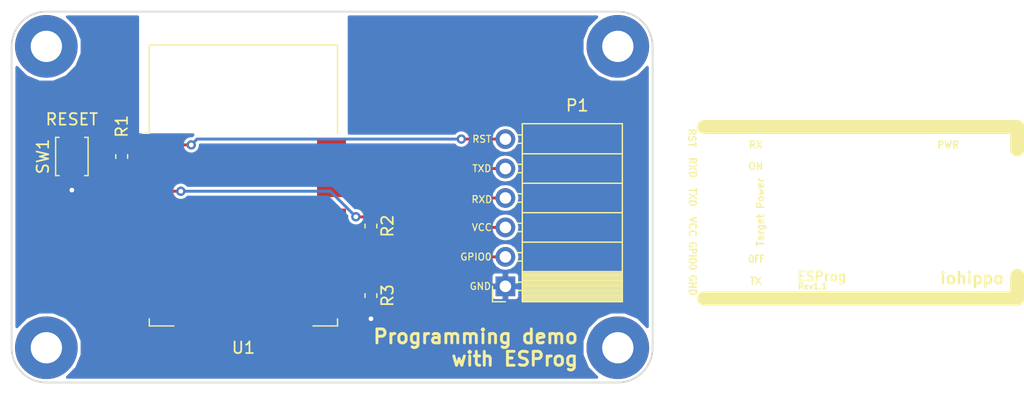
<source format=kicad_pcb>
(kicad_pcb (version 20171130) (host pcbnew "(5.0.0-3-g5ebb6b6)")

  (general
    (thickness 1.6)
    (drawings 29)
    (tracks 52)
    (zones 0)
    (modules 10)
    (nets 22)
  )

  (page A4)
  (layers
    (0 F.Cu signal)
    (31 B.Cu signal)
    (32 B.Adhes user)
    (33 F.Adhes user)
    (34 B.Paste user)
    (35 F.Paste user)
    (36 B.SilkS user)
    (37 F.SilkS user)
    (38 B.Mask user)
    (39 F.Mask user)
    (40 Dwgs.User user)
    (41 Cmts.User user)
    (42 Eco1.User user)
    (43 Eco2.User user)
    (44 Edge.Cuts user)
    (45 Margin user)
    (46 B.CrtYd user hide)
    (47 F.CrtYd user)
    (48 B.Fab user hide)
    (49 F.Fab user hide)
  )

  (setup
    (last_trace_width 0.25)
    (trace_clearance 0.2)
    (zone_clearance 0.254)
    (zone_45_only no)
    (trace_min 0.2)
    (segment_width 0.2)
    (edge_width 0.2)
    (via_size 0.8)
    (via_drill 0.4)
    (via_min_size 0.4)
    (via_min_drill 0.3)
    (uvia_size 0.3)
    (uvia_drill 0.1)
    (uvias_allowed no)
    (uvia_min_size 0.2)
    (uvia_min_drill 0.1)
    (pcb_text_width 0.3)
    (pcb_text_size 1.5 1.5)
    (mod_edge_width 0.15)
    (mod_text_size 1 1)
    (mod_text_width 0.15)
    (pad_size 1.524 1.524)
    (pad_drill 0.762)
    (pad_to_mask_clearance 0.05)
    (aux_axis_origin 0 0)
    (visible_elements FFFFFF7F)
    (pcbplotparams
      (layerselection 0x010fc_ffffffff)
      (usegerberextensions false)
      (usegerberattributes false)
      (usegerberadvancedattributes false)
      (creategerberjobfile false)
      (excludeedgelayer true)
      (linewidth 0.100000)
      (plotframeref false)
      (viasonmask false)
      (mode 1)
      (useauxorigin false)
      (hpglpennumber 1)
      (hpglpenspeed 20)
      (hpglpendiameter 15.000000)
      (psnegative false)
      (psa4output false)
      (plotreference true)
      (plotvalue true)
      (plotinvisibletext false)
      (padsonsilk false)
      (subtractmaskfromsilk false)
      (outputformat 1)
      (mirror false)
      (drillshape 1)
      (scaleselection 1)
      (outputdirectory ""))
  )

  (net 0 "")
  (net 1 GND)
  (net 2 /GPIO0)
  (net 3 +3V3)
  (net 4 /RXD)
  (net 5 /TXD)
  (net 6 /RST)
  (net 7 "Net-(R3-Pad1)")
  (net 8 "Net-(U1-Pad20)")
  (net 9 "Net-(U1-Pad19)")
  (net 10 "Net-(U1-Pad17)")
  (net 11 "Net-(U1-Pad14)")
  (net 12 "Net-(U1-Pad13)")
  (net 13 "Net-(U1-Pad12)")
  (net 14 "Net-(U1-Pad11)")
  (net 15 "Net-(U1-Pad10)")
  (net 16 "Net-(U1-Pad9)")
  (net 17 "Net-(U1-Pad7)")
  (net 18 "Net-(U1-Pad6)")
  (net 19 "Net-(U1-Pad5)")
  (net 20 "Net-(U1-Pad4)")
  (net 21 "Net-(U1-Pad2)")

  (net_class Default "This is the default net class."
    (clearance 0.2)
    (trace_width 0.25)
    (via_dia 0.8)
    (via_drill 0.4)
    (uvia_dia 0.3)
    (uvia_drill 0.1)
    (add_net +3V3)
    (add_net /GPIO0)
    (add_net /RST)
    (add_net /RXD)
    (add_net /TXD)
    (add_net GND)
    (add_net "Net-(R3-Pad1)")
    (add_net "Net-(U1-Pad10)")
    (add_net "Net-(U1-Pad11)")
    (add_net "Net-(U1-Pad12)")
    (add_net "Net-(U1-Pad13)")
    (add_net "Net-(U1-Pad14)")
    (add_net "Net-(U1-Pad17)")
    (add_net "Net-(U1-Pad19)")
    (add_net "Net-(U1-Pad2)")
    (add_net "Net-(U1-Pad20)")
    (add_net "Net-(U1-Pad4)")
    (add_net "Net-(U1-Pad5)")
    (add_net "Net-(U1-Pad6)")
    (add_net "Net-(U1-Pad7)")
    (add_net "Net-(U1-Pad9)")
  )

  (module footprints:R_0603_1608Metric (layer F.Cu) (tedit 5B8AB6F6) (tstamp 5B971577)
    (at 114.5 87.5 90)
    (descr "Resistor SMD 0603 (1608 Metric), square (rectangular) end terminal, IPC_7351 nominal, (Body size source: http://www.tortai-tech.com/upload/download/2011102023233369053.pdf), generated with kicad-footprint-generator")
    (tags resistor)
    (path /5B8DB3D8)
    (attr smd)
    (fp_text reference R1 (at 2.6 0 90) (layer F.SilkS)
      (effects (font (size 1 1) (thickness 0.15)))
    )
    (fp_text value 4.7k (at 0 1.43 90) (layer F.Fab)
      (effects (font (size 1 1) (thickness 0.15)))
    )
    (fp_text user %R (at 0 0 90) (layer F.Fab)
      (effects (font (size 0.4 0.4) (thickness 0.06)))
    )
    (fp_line (start 1.48 0.73) (end -1.48 0.73) (layer F.CrtYd) (width 0.05))
    (fp_line (start 1.48 -0.73) (end 1.48 0.73) (layer F.CrtYd) (width 0.05))
    (fp_line (start -1.48 -0.73) (end 1.48 -0.73) (layer F.CrtYd) (width 0.05))
    (fp_line (start -1.48 0.73) (end -1.48 -0.73) (layer F.CrtYd) (width 0.05))
    (fp_line (start -0.162779 0.51) (end 0.162779 0.51) (layer F.SilkS) (width 0.12))
    (fp_line (start -0.162779 -0.51) (end 0.162779 -0.51) (layer F.SilkS) (width 0.12))
    (fp_line (start 0.8 0.4) (end -0.8 0.4) (layer F.Fab) (width 0.1))
    (fp_line (start 0.8 -0.4) (end 0.8 0.4) (layer F.Fab) (width 0.1))
    (fp_line (start -0.8 -0.4) (end 0.8 -0.4) (layer F.Fab) (width 0.1))
    (fp_line (start -0.8 0.4) (end -0.8 -0.4) (layer F.Fab) (width 0.1))
    (pad 2 smd roundrect (at 0.7875 0 90) (size 0.875 0.95) (layers F.Cu F.Paste F.Mask) (roundrect_rratio 0.25)
      (net 6 /RST))
    (pad 1 smd roundrect (at -0.7875 0 90) (size 0.875 0.95) (layers F.Cu F.Paste F.Mask) (roundrect_rratio 0.25)
      (net 3 +3V3))
    (model ${KIPRJMOD}/packages3d/R_0603_1608Metric.wrl
      (at (xyz 0 0 0))
      (scale (xyz 1 1 1))
      (rotate (xyz 0 0 0))
    )
  )

  (module footprints:R_0603_1608Metric (layer F.Cu) (tedit 5B8AB6F6) (tstamp 5B971587)
    (at 136 93.5 270)
    (descr "Resistor SMD 0603 (1608 Metric), square (rectangular) end terminal, IPC_7351 nominal, (Body size source: http://www.tortai-tech.com/upload/download/2011102023233369053.pdf), generated with kicad-footprint-generator")
    (tags resistor)
    (path /5B8DB8BC)
    (attr smd)
    (fp_text reference R2 (at 0 -1.43 270) (layer F.SilkS)
      (effects (font (size 1 1) (thickness 0.15)))
    )
    (fp_text value 10k (at 0 1.43 270) (layer F.Fab)
      (effects (font (size 1 1) (thickness 0.15)))
    )
    (fp_text user %R (at 0 0 270) (layer F.Fab)
      (effects (font (size 0.4 0.4) (thickness 0.06)))
    )
    (fp_line (start 1.48 0.73) (end -1.48 0.73) (layer F.CrtYd) (width 0.05))
    (fp_line (start 1.48 -0.73) (end 1.48 0.73) (layer F.CrtYd) (width 0.05))
    (fp_line (start -1.48 -0.73) (end 1.48 -0.73) (layer F.CrtYd) (width 0.05))
    (fp_line (start -1.48 0.73) (end -1.48 -0.73) (layer F.CrtYd) (width 0.05))
    (fp_line (start -0.162779 0.51) (end 0.162779 0.51) (layer F.SilkS) (width 0.12))
    (fp_line (start -0.162779 -0.51) (end 0.162779 -0.51) (layer F.SilkS) (width 0.12))
    (fp_line (start 0.8 0.4) (end -0.8 0.4) (layer F.Fab) (width 0.1))
    (fp_line (start 0.8 -0.4) (end 0.8 0.4) (layer F.Fab) (width 0.1))
    (fp_line (start -0.8 -0.4) (end 0.8 -0.4) (layer F.Fab) (width 0.1))
    (fp_line (start -0.8 0.4) (end -0.8 -0.4) (layer F.Fab) (width 0.1))
    (pad 2 smd roundrect (at 0.7875 0 270) (size 0.875 0.95) (layers F.Cu F.Paste F.Mask) (roundrect_rratio 0.25)
      (net 2 /GPIO0))
    (pad 1 smd roundrect (at -0.7875 0 270) (size 0.875 0.95) (layers F.Cu F.Paste F.Mask) (roundrect_rratio 0.25)
      (net 3 +3V3))
    (model ${KIPRJMOD}/packages3d/R_0603_1608Metric.wrl
      (at (xyz 0 0 0))
      (scale (xyz 1 1 1))
      (rotate (xyz 0 0 0))
    )
  )

  (module footprints:R_0603_1608Metric (layer F.Cu) (tedit 5B8AB6F6) (tstamp 5B971597)
    (at 136 99.5 270)
    (descr "Resistor SMD 0603 (1608 Metric), square (rectangular) end terminal, IPC_7351 nominal, (Body size source: http://www.tortai-tech.com/upload/download/2011102023233369053.pdf), generated with kicad-footprint-generator")
    (tags resistor)
    (path /5B8DB69A)
    (attr smd)
    (fp_text reference R3 (at 0 -1.43 270) (layer F.SilkS)
      (effects (font (size 1 1) (thickness 0.15)))
    )
    (fp_text value 10k (at 0 1.43 270) (layer F.Fab)
      (effects (font (size 1 1) (thickness 0.15)))
    )
    (fp_text user %R (at 0 0 270) (layer F.Fab)
      (effects (font (size 0.4 0.4) (thickness 0.06)))
    )
    (fp_line (start 1.48 0.73) (end -1.48 0.73) (layer F.CrtYd) (width 0.05))
    (fp_line (start 1.48 -0.73) (end 1.48 0.73) (layer F.CrtYd) (width 0.05))
    (fp_line (start -1.48 -0.73) (end 1.48 -0.73) (layer F.CrtYd) (width 0.05))
    (fp_line (start -1.48 0.73) (end -1.48 -0.73) (layer F.CrtYd) (width 0.05))
    (fp_line (start -0.162779 0.51) (end 0.162779 0.51) (layer F.SilkS) (width 0.12))
    (fp_line (start -0.162779 -0.51) (end 0.162779 -0.51) (layer F.SilkS) (width 0.12))
    (fp_line (start 0.8 0.4) (end -0.8 0.4) (layer F.Fab) (width 0.1))
    (fp_line (start 0.8 -0.4) (end 0.8 0.4) (layer F.Fab) (width 0.1))
    (fp_line (start -0.8 -0.4) (end 0.8 -0.4) (layer F.Fab) (width 0.1))
    (fp_line (start -0.8 0.4) (end -0.8 -0.4) (layer F.Fab) (width 0.1))
    (pad 2 smd roundrect (at 0.7875 0 270) (size 0.875 0.95) (layers F.Cu F.Paste F.Mask) (roundrect_rratio 0.25)
      (net 1 GND))
    (pad 1 smd roundrect (at -0.7875 0 270) (size 0.875 0.95) (layers F.Cu F.Paste F.Mask) (roundrect_rratio 0.25)
      (net 7 "Net-(R3-Pad1)"))
    (model ${KIPRJMOD}/packages3d/R_0603_1608Metric.wrl
      (at (xyz 0 0 0))
      (scale (xyz 1 1 1))
      (rotate (xyz 0 0 0))
    )
  )

  (module footprints:SW_SPST_B3U-1000P (layer F.Cu) (tedit 5B8AB6C0) (tstamp 5B9715A7)
    (at 110.2 87.5 90)
    (descr "Ultra-small-sized Tactile Switch with High Contact Reliability, Top-actuated Model, without Ground Terminal, without Boss")
    (tags "Tactile Switch")
    (path /5B8DF9F3)
    (attr smd)
    (fp_text reference SW1 (at 0 -2.5 90) (layer F.SilkS)
      (effects (font (size 1 1) (thickness 0.15)))
    )
    (fp_text value RESET (at 0 2.5 90) (layer F.Fab)
      (effects (font (size 1 1) (thickness 0.15)))
    )
    (fp_circle (center 0 0) (end 0.75 0) (layer F.Fab) (width 0.1))
    (fp_line (start -1.5 1.25) (end -1.5 -1.25) (layer F.Fab) (width 0.1))
    (fp_line (start 1.5 1.25) (end -1.5 1.25) (layer F.Fab) (width 0.1))
    (fp_line (start 1.5 -1.25) (end 1.5 1.25) (layer F.Fab) (width 0.1))
    (fp_line (start -1.5 -1.25) (end 1.5 -1.25) (layer F.Fab) (width 0.1))
    (fp_line (start 1.65 -1.4) (end 1.65 -1.1) (layer F.SilkS) (width 0.12))
    (fp_line (start -1.65 -1.4) (end 1.65 -1.4) (layer F.SilkS) (width 0.12))
    (fp_line (start -1.65 -1.1) (end -1.65 -1.4) (layer F.SilkS) (width 0.12))
    (fp_line (start 1.65 1.4) (end 1.65 1.1) (layer F.SilkS) (width 0.12))
    (fp_line (start -1.65 1.4) (end 1.65 1.4) (layer F.SilkS) (width 0.12))
    (fp_line (start -1.65 1.1) (end -1.65 1.4) (layer F.SilkS) (width 0.12))
    (fp_line (start -2.4 -1.65) (end -2.4 1.65) (layer F.CrtYd) (width 0.05))
    (fp_line (start 2.4 -1.65) (end -2.4 -1.65) (layer F.CrtYd) (width 0.05))
    (fp_line (start 2.4 1.65) (end 2.4 -1.65) (layer F.CrtYd) (width 0.05))
    (fp_line (start -2.4 1.65) (end 2.4 1.65) (layer F.CrtYd) (width 0.05))
    (fp_text user %R (at 0 -2.5 90) (layer F.Fab)
      (effects (font (size 1 1) (thickness 0.15)))
    )
    (pad 2 smd rect (at 1.7 0 90) (size 0.9 1.7) (layers F.Cu F.Paste F.Mask)
      (net 6 /RST))
    (pad 1 smd rect (at -1.7 0 90) (size 0.9 1.7) (layers F.Cu F.Paste F.Mask)
      (net 1 GND))
    (model ${KIPRJMOD}/packages3d/SW_SPST_B3U-1000P.wrl
      (at (xyz 0 0 0))
      (scale (xyz 1 1 1))
      (rotate (xyz 0 0 0))
    )
  )

  (module footprints:ESP-12E (layer F.Cu) (tedit 5B8AA68C) (tstamp 5BAA9EEE)
    (at 125 90)
    (descr "Wi-Fi Module, http://wiki.ai-thinker.com/_media/esp8266/docs/aithinker_esp_12f_datasheet_en.pdf")
    (tags "Wi-Fi Module")
    (path /5B8DB1FD)
    (attr smd)
    (fp_text reference U1 (at 0 14) (layer F.SilkS)
      (effects (font (size 1 1) (thickness 0.15)))
    )
    (fp_text value ESP-12E (at -0.06 -12.78) (layer F.Fab)
      (effects (font (size 1 1) (thickness 0.15)))
    )
    (fp_line (start 5.56 -4.8) (end 8.12 -7.36) (layer Dwgs.User) (width 0.12))
    (fp_line (start 2.56 -4.8) (end 8.12 -10.36) (layer Dwgs.User) (width 0.12))
    (fp_line (start -0.44 -4.8) (end 6.88 -12.12) (layer Dwgs.User) (width 0.12))
    (fp_line (start -3.44 -4.8) (end 3.88 -12.12) (layer Dwgs.User) (width 0.12))
    (fp_line (start -6.44 -4.8) (end 0.88 -12.12) (layer Dwgs.User) (width 0.12))
    (fp_line (start -8.12 -6.12) (end -2.12 -12.12) (layer Dwgs.User) (width 0.12))
    (fp_line (start -8.12 -9.12) (end -5.12 -12.12) (layer Dwgs.User) (width 0.12))
    (fp_line (start -8.12 -4.8) (end -8.12 -12.12) (layer Dwgs.User) (width 0.12))
    (fp_line (start 8.12 -4.8) (end -8.12 -4.8) (layer Dwgs.User) (width 0.12))
    (fp_line (start 8.12 -12.12) (end 8.12 -4.8) (layer Dwgs.User) (width 0.12))
    (fp_line (start -8.12 -12.12) (end 8.12 -12.12) (layer Dwgs.User) (width 0.12))
    (fp_line (start -8.12 -4.5) (end -8.73 -4.5) (layer F.SilkS) (width 0.12))
    (fp_line (start -8.12 -4.5) (end -8.12 -12.12) (layer F.SilkS) (width 0.12))
    (fp_line (start -8.12 12.12) (end -8.12 11.5) (layer F.SilkS) (width 0.12))
    (fp_line (start -6 12.12) (end -8.12 12.12) (layer F.SilkS) (width 0.12))
    (fp_line (start 8.12 12.12) (end 6 12.12) (layer F.SilkS) (width 0.12))
    (fp_line (start 8.12 11.5) (end 8.12 12.12) (layer F.SilkS) (width 0.12))
    (fp_line (start 8.12 -12.12) (end 8.12 -4.5) (layer F.SilkS) (width 0.12))
    (fp_line (start -8.12 -12.12) (end 8.12 -12.12) (layer F.SilkS) (width 0.12))
    (fp_line (start -9.05 13.1) (end -9.05 -12.2) (layer F.CrtYd) (width 0.05))
    (fp_line (start 9.05 13.1) (end -9.05 13.1) (layer F.CrtYd) (width 0.05))
    (fp_line (start 9.05 -12.2) (end 9.05 13.1) (layer F.CrtYd) (width 0.05))
    (fp_line (start -9.05 -12.2) (end 9.05 -12.2) (layer F.CrtYd) (width 0.05))
    (fp_line (start -8 -4) (end -8 -12) (layer F.Fab) (width 0.12))
    (fp_line (start -7.5 -3.5) (end -8 -4) (layer F.Fab) (width 0.12))
    (fp_line (start -8 -3) (end -7.5 -3.5) (layer F.Fab) (width 0.12))
    (fp_line (start -8 12) (end -8 -3) (layer F.Fab) (width 0.12))
    (fp_line (start 8 12) (end -8 12) (layer F.Fab) (width 0.12))
    (fp_line (start 8 -12) (end 8 12) (layer F.Fab) (width 0.12))
    (fp_line (start -8 -12) (end 8 -12) (layer F.Fab) (width 0.12))
    (fp_text user %R (at 0.49 -0.8) (layer F.Fab)
      (effects (font (size 1 1) (thickness 0.15)))
    )
    (fp_text user "KEEP-OUT ZONE" (at 0.03 -9.55 180) (layer Cmts.User)
      (effects (font (size 1 1) (thickness 0.15)))
    )
    (fp_text user Antenna (at -0.06 -7 180) (layer Cmts.User)
      (effects (font (size 1 1) (thickness 0.15)))
    )
    (pad 22 smd rect (at 7.6 -3.5) (size 2.5 1) (layers F.Cu F.Paste F.Mask)
      (net 5 /TXD))
    (pad 21 smd rect (at 7.6 -1.5) (size 2.5 1) (layers F.Cu F.Paste F.Mask)
      (net 4 /RXD))
    (pad 20 smd rect (at 7.6 0.5) (size 2.5 1) (layers F.Cu F.Paste F.Mask)
      (net 8 "Net-(U1-Pad20)"))
    (pad 19 smd rect (at 7.6 2.5) (size 2.5 1) (layers F.Cu F.Paste F.Mask)
      (net 9 "Net-(U1-Pad19)"))
    (pad 18 smd rect (at 7.6 4.5) (size 2.5 1) (layers F.Cu F.Paste F.Mask)
      (net 2 /GPIO0))
    (pad 17 smd rect (at 7.6 6.5) (size 2.5 1) (layers F.Cu F.Paste F.Mask)
      (net 10 "Net-(U1-Pad17)"))
    (pad 16 smd rect (at 7.6 8.5) (size 2.5 1) (layers F.Cu F.Paste F.Mask)
      (net 7 "Net-(R3-Pad1)"))
    (pad 15 smd rect (at 7.6 10.5) (size 2.5 1) (layers F.Cu F.Paste F.Mask)
      (net 1 GND))
    (pad 14 smd rect (at 5 12) (size 1 1.8) (layers F.Cu F.Paste F.Mask)
      (net 11 "Net-(U1-Pad14)"))
    (pad 13 smd rect (at 3 12) (size 1 1.8) (layers F.Cu F.Paste F.Mask)
      (net 12 "Net-(U1-Pad13)"))
    (pad 12 smd rect (at 1 12) (size 1 1.8) (layers F.Cu F.Paste F.Mask)
      (net 13 "Net-(U1-Pad12)"))
    (pad 11 smd rect (at -1 12) (size 1 1.8) (layers F.Cu F.Paste F.Mask)
      (net 14 "Net-(U1-Pad11)"))
    (pad 10 smd rect (at -3 12) (size 1 1.8) (layers F.Cu F.Paste F.Mask)
      (net 15 "Net-(U1-Pad10)"))
    (pad 9 smd rect (at -5 12) (size 1 1.8) (layers F.Cu F.Paste F.Mask)
      (net 16 "Net-(U1-Pad9)"))
    (pad 8 smd rect (at -7.6 10.5) (size 2.5 1) (layers F.Cu F.Paste F.Mask)
      (net 3 +3V3))
    (pad 7 smd rect (at -7.6 8.5) (size 2.5 1) (layers F.Cu F.Paste F.Mask)
      (net 17 "Net-(U1-Pad7)"))
    (pad 6 smd rect (at -7.6 6.5) (size 2.5 1) (layers F.Cu F.Paste F.Mask)
      (net 18 "Net-(U1-Pad6)"))
    (pad 5 smd rect (at -7.6 4.5) (size 2.5 1) (layers F.Cu F.Paste F.Mask)
      (net 19 "Net-(U1-Pad5)"))
    (pad 4 smd rect (at -7.6 2.5) (size 2.5 1) (layers F.Cu F.Paste F.Mask)
      (net 20 "Net-(U1-Pad4)"))
    (pad 3 smd rect (at -7.6 0.5) (size 2.5 1) (layers F.Cu F.Paste F.Mask)
      (net 3 +3V3))
    (pad 2 smd rect (at -7.6 -1.5) (size 2.5 1) (layers F.Cu F.Paste F.Mask)
      (net 21 "Net-(U1-Pad2)"))
    (pad 1 smd rect (at -7.6 -3.5) (size 2.5 1) (layers F.Cu F.Paste F.Mask)
      (net 6 /RST))
    (model ${KIPRJMOD}/packages3d/ESP-12E.wrl
      (at (xyz 0 0 0))
      (scale (xyz 1 1 1))
      (rotate (xyz 0 0 0))
    )
  )

  (module footprints:ESProg_PinSocket_1x06_P2.54mm_Horizontal (layer F.Cu) (tedit 5B8A9643) (tstamp 5BAA9181)
    (at 147.6 98.7)
    (descr "Through hole angled socket strip, 1x06, 2.54mm pitch, 8.51mm socket length, single row (from Kicad 4.0.7), script generated")
    (tags "Through hole angled socket strip THT 1x06 2.54mm single row")
    (path /5B8DB2E6)
    (fp_text reference P1 (at 6.2 -15.6) (layer F.SilkS)
      (effects (font (size 1 1) (thickness 0.15)))
    )
    (fp_text value "ESProg Mating Header" (at 5.08 3.81) (layer F.Fab)
      (effects (font (size 1 1) (thickness 0.15)))
    )
    (fp_line (start 10.03 1.27) (end 2.49 1.27) (layer F.Fab) (width 0.1))
    (fp_line (start 2.49 1.27) (end 1.52 0.3) (layer F.Fab) (width 0.1))
    (fp_line (start 1.52 0.3) (end 1.52 -13.97) (layer F.Fab) (width 0.1))
    (fp_line (start 1.52 -13.97) (end 10.03 -13.97) (layer F.Fab) (width 0.1))
    (fp_line (start 10.03 -13.97) (end 10.03 1.27) (layer F.Fab) (width 0.1))
    (fp_line (start 0 0.3) (end 1.52 0.3) (layer F.Fab) (width 0.1))
    (fp_line (start 1.52 -0.3) (end 0 -0.3) (layer F.Fab) (width 0.1))
    (fp_line (start 0 -0.3) (end 0 0.3) (layer F.Fab) (width 0.1))
    (fp_line (start 0 -2.24) (end 1.52 -2.24) (layer F.Fab) (width 0.1))
    (fp_line (start 1.52 -2.84) (end 0 -2.84) (layer F.Fab) (width 0.1))
    (fp_line (start 0 -2.84) (end 0 -2.24) (layer F.Fab) (width 0.1))
    (fp_line (start 0 -4.78) (end 1.52 -4.78) (layer F.Fab) (width 0.1))
    (fp_line (start 1.52 -5.38) (end 0 -5.38) (layer F.Fab) (width 0.1))
    (fp_line (start 0 -5.38) (end 0 -4.78) (layer F.Fab) (width 0.1))
    (fp_line (start 0 -7.32) (end 1.52 -7.32) (layer F.Fab) (width 0.1))
    (fp_line (start 1.52 -7.92) (end 0 -7.92) (layer F.Fab) (width 0.1))
    (fp_line (start 0 -7.92) (end 0 -7.32) (layer F.Fab) (width 0.1))
    (fp_line (start 0 -9.86) (end 1.52 -9.86) (layer F.Fab) (width 0.1))
    (fp_line (start 1.52 -10.46) (end 0 -10.46) (layer F.Fab) (width 0.1))
    (fp_line (start 0 -10.46) (end 0 -9.86) (layer F.Fab) (width 0.1))
    (fp_line (start 0 -12.4) (end 1.52 -12.4) (layer F.Fab) (width 0.1))
    (fp_line (start 1.52 -13) (end 0 -13) (layer F.Fab) (width 0.1))
    (fp_line (start 0 -13) (end 0 -12.4) (layer F.Fab) (width 0.1))
    (fp_line (start 10.09 1.21) (end 1.46 1.21) (layer F.SilkS) (width 0.12))
    (fp_line (start 10.09 1.091905) (end 1.46 1.091905) (layer F.SilkS) (width 0.12))
    (fp_line (start 10.09 0.97381) (end 1.46 0.97381) (layer F.SilkS) (width 0.12))
    (fp_line (start 10.09 0.855715) (end 1.46 0.855715) (layer F.SilkS) (width 0.12))
    (fp_line (start 10.09 0.73762) (end 1.46 0.73762) (layer F.SilkS) (width 0.12))
    (fp_line (start 10.09 0.619525) (end 1.46 0.619525) (layer F.SilkS) (width 0.12))
    (fp_line (start 10.09 0.50143) (end 1.46 0.50143) (layer F.SilkS) (width 0.12))
    (fp_line (start 10.09 0.383335) (end 1.46 0.383335) (layer F.SilkS) (width 0.12))
    (fp_line (start 10.09 0.26524) (end 1.46 0.26524) (layer F.SilkS) (width 0.12))
    (fp_line (start 10.09 0.147145) (end 1.46 0.147145) (layer F.SilkS) (width 0.12))
    (fp_line (start 10.09 0.02905) (end 1.46 0.02905) (layer F.SilkS) (width 0.12))
    (fp_line (start 10.09 -0.089045) (end 1.46 -0.089045) (layer F.SilkS) (width 0.12))
    (fp_line (start 10.09 -0.20714) (end 1.46 -0.20714) (layer F.SilkS) (width 0.12))
    (fp_line (start 10.09 -0.325235) (end 1.46 -0.325235) (layer F.SilkS) (width 0.12))
    (fp_line (start 10.09 -0.44333) (end 1.46 -0.44333) (layer F.SilkS) (width 0.12))
    (fp_line (start 10.09 -0.561425) (end 1.46 -0.561425) (layer F.SilkS) (width 0.12))
    (fp_line (start 10.09 -0.67952) (end 1.46 -0.67952) (layer F.SilkS) (width 0.12))
    (fp_line (start 10.09 -0.797615) (end 1.46 -0.797615) (layer F.SilkS) (width 0.12))
    (fp_line (start 10.09 -0.91571) (end 1.46 -0.91571) (layer F.SilkS) (width 0.12))
    (fp_line (start 10.09 -1.033805) (end 1.46 -1.033805) (layer F.SilkS) (width 0.12))
    (fp_line (start 10.09 -1.1519) (end 1.46 -1.1519) (layer F.SilkS) (width 0.12))
    (fp_line (start 1.46 0.36) (end 1.11 0.36) (layer F.SilkS) (width 0.12))
    (fp_line (start 1.46 -0.36) (end 1.11 -0.36) (layer F.SilkS) (width 0.12))
    (fp_line (start 1.46 -2.18) (end 1.05 -2.18) (layer F.SilkS) (width 0.12))
    (fp_line (start 1.46 -2.9) (end 1.05 -2.9) (layer F.SilkS) (width 0.12))
    (fp_line (start 1.46 -4.72) (end 1.05 -4.72) (layer F.SilkS) (width 0.12))
    (fp_line (start 1.46 -5.44) (end 1.05 -5.44) (layer F.SilkS) (width 0.12))
    (fp_line (start 1.46 -7.26) (end 1.05 -7.26) (layer F.SilkS) (width 0.12))
    (fp_line (start 1.46 -7.98) (end 1.05 -7.98) (layer F.SilkS) (width 0.12))
    (fp_line (start 1.46 -9.8) (end 1.05 -9.8) (layer F.SilkS) (width 0.12))
    (fp_line (start 1.46 -10.52) (end 1.05 -10.52) (layer F.SilkS) (width 0.12))
    (fp_line (start 1.46 -12.34) (end 1.05 -12.34) (layer F.SilkS) (width 0.12))
    (fp_line (start 1.46 -13.06) (end 1.05 -13.06) (layer F.SilkS) (width 0.12))
    (fp_line (start 10.09 -1.27) (end 1.46 -1.27) (layer F.SilkS) (width 0.12))
    (fp_line (start 10.09 -3.81) (end 1.46 -3.81) (layer F.SilkS) (width 0.12))
    (fp_line (start 10.09 -6.35) (end 1.46 -6.35) (layer F.SilkS) (width 0.12))
    (fp_line (start 10.09 -8.89) (end 1.46 -8.89) (layer F.SilkS) (width 0.12))
    (fp_line (start 10.09 -11.43) (end 1.46 -11.43) (layer F.SilkS) (width 0.12))
    (fp_line (start 10.09 1.33) (end 1.46 1.33) (layer F.SilkS) (width 0.12))
    (fp_line (start 1.46 1.33) (end 1.46 -14.03) (layer F.SilkS) (width 0.12))
    (fp_line (start 10.09 -14.03) (end 1.46 -14.03) (layer F.SilkS) (width 0.12))
    (fp_line (start 10.09 1.33) (end 10.09 -14.03) (layer F.SilkS) (width 0.12))
    (fp_line (start -1.11 1.33) (end -1.11 0) (layer F.SilkS) (width 0.12))
    (fp_line (start 0 1.33) (end -1.11 1.33) (layer F.SilkS) (width 0.12))
    (fp_line (start -1.75 1.8) (end 10.55 1.8) (layer F.CrtYd) (width 0.05))
    (fp_line (start 10.55 1.8) (end 10.55 -14.45) (layer F.CrtYd) (width 0.05))
    (fp_line (start 10.55 -14.45) (end -1.75 -14.45) (layer F.CrtYd) (width 0.05))
    (fp_line (start -1.75 -14.45) (end -1.75 1.8) (layer F.CrtYd) (width 0.05))
    (fp_text user %R (at 5.775 -6.35 270) (layer F.Fab)
      (effects (font (size 1 1) (thickness 0.15)))
    )
    (fp_text user GND (at -2.159 0) (layer F.SilkS)
      (effects (font (size 0.6 0.6) (thickness 0.1)))
    )
    (fp_text user GPIO0 (at -2.54 -2.54) (layer F.SilkS)
      (effects (font (size 0.6 0.6) (thickness 0.1)))
    )
    (fp_text user VCC (at -2.032 -5.08) (layer F.SilkS)
      (effects (font (size 0.6 0.6) (thickness 0.1)))
    )
    (fp_text user RXD (at -2.032 -7.493) (layer F.SilkS)
      (effects (font (size 0.6 0.6) (thickness 0.1)))
    )
    (fp_text user TXD (at -2.032 -10.16) (layer F.SilkS)
      (effects (font (size 0.6 0.6) (thickness 0.1)))
    )
    (fp_text user RST (at -2.032 -12.7) (layer F.SilkS)
      (effects (font (size 0.6 0.6) (thickness 0.1)))
    )
    (fp_text user "Board Edge Max." (at 12.1 -6.3 90) (layer Dwgs.User)
      (effects (font (size 0.6 0.6) (thickness 0.1)))
    )
    (fp_line (start 13.35 -14.45) (end 16.95 -14.45) (layer Dwgs.User) (width 0.1))
    (fp_arc (start 13.35 -13.8) (end 13.35 -14.45) (angle -90) (layer Dwgs.User) (width 0.1))
    (fp_arc (start 13.35 1.15) (end 12.7 1.15) (angle -90) (layer Dwgs.User) (width 0.1))
    (fp_line (start 13.35 1.8) (end 17 1.8) (layer Dwgs.User) (width 0.1))
    (fp_line (start 17 1.8) (end 18.6 -2.2) (layer Dwgs.User) (width 0.1))
    (fp_line (start 18.6 -2.2) (end 16.4 -5) (layer Dwgs.User) (width 0.1))
    (fp_line (start 16.4 -5) (end 18.8 -10.8) (layer Dwgs.User) (width 0.1))
    (fp_line (start 18.8 -10.8) (end 16.95 -14.45) (layer Dwgs.User) (width 0.1))
    (fp_text user ESProg (at 14.55 -6.35 90) (layer Dwgs.User)
      (effects (font (size 0.6 0.6) (thickness 0.1)))
    )
    (fp_line (start 12.7 -13.8) (end 12.7 1.15) (layer Dwgs.User) (width 0.1))
    (fp_arc (start 12.7 -2.3) (end 12.1 -2.3) (angle -90) (layer Dwgs.User) (width 0.1))
    (fp_line (start 12.1 -2.3) (end 11.9 -2) (layer Dwgs.User) (width 0.1))
    (fp_line (start 12.1 -2.3) (end 12.3 -2.1) (layer Dwgs.User) (width 0.1))
    (pad 1 thru_hole rect (at 0 0 180) (size 1.7 1.7) (drill 1) (layers *.Cu *.Mask)
      (net 1 GND))
    (pad 2 thru_hole oval (at 0 -2.54 180) (size 1.7 1.7) (drill 1) (layers *.Cu *.Mask)
      (net 2 /GPIO0))
    (pad 3 thru_hole oval (at 0 -5.08 180) (size 1.7 1.7) (drill 1) (layers *.Cu *.Mask)
      (net 3 +3V3))
    (pad 4 thru_hole oval (at 0 -7.62 180) (size 1.7 1.7) (drill 1) (layers *.Cu *.Mask)
      (net 4 /RXD))
    (pad 5 thru_hole oval (at 0 -10.16 180) (size 1.7 1.7) (drill 1) (layers *.Cu *.Mask)
      (net 5 /TXD))
    (pad 6 thru_hole oval (at 0 -12.7 180) (size 1.7 1.7) (drill 1) (layers *.Cu *.Mask)
      (net 6 /RST))
    (model ${KIPRJMOD}/packages3d/PinSocket_1x06_P2.54mm_Horizontal.wrl
      (at (xyz 0 0 0))
      (scale (xyz 1 1 1))
      (rotate (xyz 0 0 0))
    )
    (model ${KIPRJMOD}/packages3d/ESProg_rev1.1.wrl
      (offset (xyz -0.13 0 0))
      (scale (xyz 1 1 1))
      (rotate (xyz 0 0 0))
    )
  )

  (module footprints:MountingHole_2.7mm_M2.5_Pad (layer F.Cu) (tedit 56D1B4CB) (tstamp 5BAEC3DE)
    (at 108 78)
    (descr "Mounting Hole 2.7mm, M2.5")
    (tags "mounting hole 2.7mm m2.5")
    (path /5B8AC4E0)
    (attr virtual)
    (fp_text reference MH1 (at 0 -3.7) (layer F.SilkS) hide
      (effects (font (size 1 1) (thickness 0.15)))
    )
    (fp_text value M2.5 (at 0 3.7) (layer F.Fab)
      (effects (font (size 1 1) (thickness 0.15)))
    )
    (fp_circle (center 0 0) (end 2.95 0) (layer F.CrtYd) (width 0.05))
    (fp_circle (center 0 0) (end 2.7 0) (layer Cmts.User) (width 0.15))
    (fp_text user %R (at 0.3 0) (layer F.Fab)
      (effects (font (size 1 1) (thickness 0.15)))
    )
    (pad 1 thru_hole circle (at 0 0) (size 5.4 5.4) (drill 2.7) (layers *.Cu *.Mask))
  )

  (module footprints:MountingHole_2.7mm_M2.5_Pad (layer F.Cu) (tedit 56D1B4CB) (tstamp 5BAEC3E5)
    (at 108 104)
    (descr "Mounting Hole 2.7mm, M2.5")
    (tags "mounting hole 2.7mm m2.5")
    (path /5B8AC5CE)
    (attr virtual)
    (fp_text reference MH2 (at 0 -3.7) (layer F.SilkS) hide
      (effects (font (size 1 1) (thickness 0.15)))
    )
    (fp_text value M2.5 (at 0 3.7) (layer F.Fab)
      (effects (font (size 1 1) (thickness 0.15)))
    )
    (fp_circle (center 0 0) (end 2.95 0) (layer F.CrtYd) (width 0.05))
    (fp_circle (center 0 0) (end 2.7 0) (layer Cmts.User) (width 0.15))
    (fp_text user %R (at 0.3 0) (layer F.Fab)
      (effects (font (size 1 1) (thickness 0.15)))
    )
    (pad 1 thru_hole circle (at 0 0) (size 5.4 5.4) (drill 2.7) (layers *.Cu *.Mask))
  )

  (module footprints:MountingHole_2.7mm_M2.5_Pad (layer F.Cu) (tedit 56D1B4CB) (tstamp 5BAEC3EC)
    (at 157.3 78)
    (descr "Mounting Hole 2.7mm, M2.5")
    (tags "mounting hole 2.7mm m2.5")
    (path /5B8AC5A9)
    (attr virtual)
    (fp_text reference MH3 (at 0 -3.7) (layer F.SilkS) hide
      (effects (font (size 1 1) (thickness 0.15)))
    )
    (fp_text value M2.5 (at 0 3.7) (layer F.Fab)
      (effects (font (size 1 1) (thickness 0.15)))
    )
    (fp_text user %R (at 0.3 0) (layer F.Fab)
      (effects (font (size 1 1) (thickness 0.15)))
    )
    (fp_circle (center 0 0) (end 2.7 0) (layer Cmts.User) (width 0.15))
    (fp_circle (center 0 0) (end 2.95 0) (layer F.CrtYd) (width 0.05))
    (pad 1 thru_hole circle (at 0 0) (size 5.4 5.4) (drill 2.7) (layers *.Cu *.Mask))
  )

  (module footprints:MountingHole_2.7mm_M2.5_Pad (layer F.Cu) (tedit 56D1B4CB) (tstamp 5BAEC3F3)
    (at 157.3 104)
    (descr "Mounting Hole 2.7mm, M2.5")
    (tags "mounting hole 2.7mm m2.5")
    (path /5B8AC5F4)
    (attr virtual)
    (fp_text reference MH4 (at 0 -3.7) (layer F.SilkS) hide
      (effects (font (size 1 1) (thickness 0.15)))
    )
    (fp_text value M2.5 (at 0 3.7) (layer F.Fab)
      (effects (font (size 1 1) (thickness 0.15)))
    )
    (fp_text user %R (at 0.3 0) (layer F.Fab)
      (effects (font (size 1 1) (thickness 0.15)))
    )
    (fp_circle (center 0 0) (end 2.7 0) (layer Cmts.User) (width 0.15))
    (fp_circle (center 0 0) (end 2.95 0) (layer F.CrtYd) (width 0.05))
    (pad 1 thru_hole circle (at 0 0) (size 5.4 5.4) (drill 2.7) (layers *.Cu *.Mask))
  )

  (gr_arc (start 157.3 78) (end 160.3 78) (angle -90) (layer Edge.Cuts) (width 0.15) (tstamp 5BA2F243))
  (gr_arc (start 157.3 104) (end 157.3 107) (angle -90) (layer Edge.Cuts) (width 0.15) (tstamp 5BA2F10A))
  (gr_arc (start 108 104) (end 105 104) (angle -90) (layer Edge.Cuts) (width 0.15) (tstamp 5BA2F0D3))
  (gr_arc (start 108 78) (end 108 75) (angle -90) (layer Edge.Cuts) (width 0.15))
  (gr_text "Programming demo\nwith ESProg" (at 154 104) (layer F.SilkS)
    (effects (font (size 1.2 1.2) (thickness 0.25)) (justify right))
  )
  (gr_line (start 191.75 99.749999) (end 191.75 97.8) (layer F.SilkS) (width 1.2) (tstamp 5B8AB4A7))
  (gr_line (start 164.75 99.75) (end 191.75 99.75) (layer F.SilkS) (width 1.2) (tstamp 5B8AB4A4))
  (gr_line (start 191.75 86.9) (end 191.75 84.95) (layer F.SilkS) (width 1.2) (tstamp 5B8AB4AD))
  (gr_line (start 164.75 84.950001) (end 191.75 84.95) (layer F.SilkS) (width 1.2) (tstamp 5B8AB4AA))
  (gr_text RESET (at 110.2 84.3) (layer F.SilkS)
    (effects (font (size 1 1) (thickness 0.15)))
  )
  (gr_text Rev1.1 (at 174.1 98.7) (layer F.SilkS) (tstamp 5AB28128)
    (effects (font (size 0.5 0.5) (thickness 0.1)))
  )
  (gr_text ESProg (at 174.9 97.85) (layer F.SilkS) (tstamp 5A175785)
    (effects (font (size 0.8 0.8) (thickness 0.15)))
  )
  (gr_text GND (at 163.749999 98.6 270) (layer F.SilkS) (tstamp 5A175758)
    (effects (font (size 0.6 0.6) (thickness 0.12)))
  )
  (gr_text GPIO0 (at 163.749999 96.075 270) (layer F.SilkS) (tstamp 5A175754)
    (effects (font (size 0.6 0.55) (thickness 0.12)))
  )
  (gr_text VCC (at 163.75 93.55 270) (layer F.SilkS) (tstamp 5A175751)
    (effects (font (size 0.6 0.6) (thickness 0.12)))
  )
  (gr_text TXD (at 163.75 91 270) (layer F.SilkS) (tstamp 5A17574D)
    (effects (font (size 0.6 0.6) (thickness 0.12)))
  )
  (gr_text RXD (at 163.75 88.450001 270) (layer F.SilkS) (tstamp 5A175745)
    (effects (font (size 0.6 0.6) (thickness 0.12)))
  )
  (gr_text RST (at 163.7 85.9 270) (layer F.SilkS) (tstamp 5B8AAF35)
    (effects (font (size 0.6 0.6) (thickness 0.12)))
  )
  (gr_text OFF (at 169.25 96.35) (layer F.SilkS) (tstamp 5A175730)
    (effects (font (size 0.6 0.5) (thickness 0.12)))
  )
  (gr_text ON (at 169.2 88.35) (layer F.SilkS) (tstamp 5A17572B)
    (effects (font (size 0.6 0.6) (thickness 0.12)))
  )
  (gr_text "Target Power" (at 169.6 92.3 90) (layer F.SilkS) (tstamp 5A17564D)
    (effects (font (size 0.6 0.6) (thickness 0.12)))
  )
  (gr_text iohippo (at 187.85 98) (layer F.SilkS)
    (effects (font (size 1 1) (thickness 0.2)))
  )
  (gr_text TX (at 169.2 98.25) (layer F.SilkS) (tstamp 5A175285)
    (effects (font (size 0.6 0.6) (thickness 0.12)))
  )
  (gr_text RX (at 169.2 86.5) (layer F.SilkS) (tstamp 5A17527F)
    (effects (font (size 0.6 0.6) (thickness 0.12)))
  )
  (gr_text PWR (at 185.8 86.5) (layer F.SilkS)
    (effects (font (size 0.6 0.6) (thickness 0.12)))
  )
  (gr_line (start 157.3 75) (end 108 75) (layer Edge.Cuts) (width 0.15) (tstamp 5BAAB30B))
  (gr_line (start 160.3 104) (end 160.3 78) (layer Edge.Cuts) (width 0.15))
  (gr_line (start 108 107) (end 157.3 107) (layer Edge.Cuts) (width 0.15))
  (gr_line (start 105 78) (end 105 104) (layer Edge.Cuts) (width 0.15))

  (segment (start 132.6 100.5) (end 134.5 100.5) (width 0.25) (layer F.Cu) (net 1))
  (segment (start 134.7125 100.2875) (end 136 100.2875) (width 0.25) (layer F.Cu) (net 1))
  (segment (start 134.5 100.5) (end 134.7125 100.2875) (width 0.25) (layer F.Cu) (net 1))
  (via (at 110.2 90.4) (size 0.8) (drill 0.4) (layers F.Cu B.Cu) (net 1))
  (segment (start 110.2 89.2) (end 110.2 90.4) (width 0.25) (layer F.Cu) (net 1))
  (via (at 136 101.5) (size 0.8) (drill 0.4) (layers F.Cu B.Cu) (net 1))
  (segment (start 136 100.2875) (end 136 101.5) (width 0.25) (layer F.Cu) (net 1))
  (segment (start 132.6 94.5) (end 134.4 94.5) (width 0.25) (layer F.Cu) (net 2))
  (segment (start 134.6125 94.2875) (end 136 94.2875) (width 0.25) (layer F.Cu) (net 2))
  (segment (start 134.4 94.5) (end 134.6125 94.2875) (width 0.25) (layer F.Cu) (net 2))
  (segment (start 147.6 96.16) (end 143.16 96.16) (width 0.25) (layer F.Cu) (net 2))
  (segment (start 136 94.2875) (end 141.2875 94.2875) (width 0.25) (layer F.Cu) (net 2))
  (segment (start 141.2875 94.2875) (end 143.16 96.16) (width 0.25) (layer F.Cu) (net 2))
  (segment (start 114.5 89.3) (end 114.5 88.2875) (width 0.25) (layer F.Cu) (net 3))
  (segment (start 115.7 90.5) (end 114.5 89.3) (width 0.25) (layer F.Cu) (net 3))
  (segment (start 117.4 90.5) (end 115.7 90.5) (width 0.25) (layer F.Cu) (net 3))
  (segment (start 117.4 100.5) (end 115.4 100.5) (width 0.25) (layer F.Cu) (net 3))
  (segment (start 115.4 100.5) (end 115 100.1) (width 0.25) (layer F.Cu) (net 3))
  (segment (start 115 91.2) (end 115.7 90.5) (width 0.25) (layer F.Cu) (net 3))
  (segment (start 115 100.1) (end 115 91.2) (width 0.25) (layer F.Cu) (net 3))
  (segment (start 136.0125 92.7) (end 136 92.7125) (width 0.25) (layer F.Cu) (net 3))
  (segment (start 141.5 92.7) (end 136.0125 92.7) (width 0.25) (layer F.Cu) (net 3))
  (segment (start 142.42 93.62) (end 141.5 92.7) (width 0.25) (layer F.Cu) (net 3))
  (segment (start 147.6 93.62) (end 142.42 93.62) (width 0.25) (layer F.Cu) (net 3))
  (via (at 134.7 92.7) (size 0.8) (drill 0.4) (layers F.Cu B.Cu) (net 3))
  (segment (start 134.7125 92.7125) (end 134.7 92.7) (width 0.25) (layer F.Cu) (net 3))
  (segment (start 136 92.7125) (end 134.7125 92.7125) (width 0.25) (layer F.Cu) (net 3))
  (via (at 119.6 90.5) (size 0.8) (drill 0.4) (layers F.Cu B.Cu) (net 3))
  (segment (start 132.5 90.5) (end 119.6 90.5) (width 0.25) (layer B.Cu) (net 3))
  (segment (start 134.7 92.7) (end 132.5 90.5) (width 0.25) (layer B.Cu) (net 3))
  (segment (start 119.6 90.5) (end 117.4 90.5) (width 0.25) (layer F.Cu) (net 3))
  (segment (start 132.6 88.5) (end 141.5 88.5) (width 0.25) (layer F.Cu) (net 4))
  (segment (start 144.08 91.08) (end 147.6 91.08) (width 0.25) (layer F.Cu) (net 4))
  (segment (start 141.5 88.5) (end 144.08 91.08) (width 0.25) (layer F.Cu) (net 4))
  (segment (start 132.6 86.5) (end 142 86.5) (width 0.25) (layer F.Cu) (net 5))
  (segment (start 144.04 88.54) (end 147.6 88.54) (width 0.25) (layer F.Cu) (net 5))
  (segment (start 142 86.5) (end 144.04 88.54) (width 0.25) (layer F.Cu) (net 5))
  (segment (start 117.4 86.5) (end 115.7 86.5) (width 0.25) (layer F.Cu) (net 6))
  (segment (start 115.4875 86.7125) (end 114.5 86.7125) (width 0.25) (layer F.Cu) (net 6))
  (segment (start 115.7 86.5) (end 115.4875 86.7125) (width 0.25) (layer F.Cu) (net 6))
  (segment (start 111.9 85.8) (end 112.8125 86.7125) (width 0.25) (layer F.Cu) (net 6))
  (segment (start 112.8125 86.7125) (end 114.5 86.7125) (width 0.25) (layer F.Cu) (net 6))
  (segment (start 110.2 85.8) (end 111.9 85.8) (width 0.25) (layer F.Cu) (net 6))
  (via (at 143.8 86) (size 0.8) (drill 0.4) (layers F.Cu B.Cu) (net 6))
  (segment (start 147.6 86) (end 143.8 86) (width 0.25) (layer F.Cu) (net 6))
  (segment (start 121 86) (end 120.5 86.5) (width 0.25) (layer B.Cu) (net 6))
  (via (at 120.5 86.5) (size 0.8) (drill 0.4) (layers F.Cu B.Cu) (net 6))
  (segment (start 143.8 86) (end 121 86) (width 0.25) (layer B.Cu) (net 6))
  (segment (start 120.5 86.5) (end 117.4 86.5) (width 0.25) (layer F.Cu) (net 6))
  (segment (start 132.6 98.5) (end 134.5 98.5) (width 0.25) (layer F.Cu) (net 7))
  (segment (start 134.7125 98.7125) (end 136 98.7125) (width 0.25) (layer F.Cu) (net 7))
  (segment (start 134.5 98.5) (end 134.7125 98.7125) (width 0.25) (layer F.Cu) (net 7))

  (zone (net 1) (net_name GND) (layer B.Cu) (tstamp 0) (hatch edge 0.508)
    (connect_pads (clearance 0.254))
    (min_thickness 0.254)
    (fill yes (arc_segments 16) (thermal_gap 0.254) (thermal_bridge_width 0.508))
    (polygon
      (pts
        (xy 104 74) (xy 161 74) (xy 161 108) (xy 104 108)
      )
    )
    (filled_polygon
      (pts
        (xy 115.873 85.5) (xy 115.882667 85.548601) (xy 115.910197 85.589803) (xy 115.951399 85.617333) (xy 116 85.627)
        (xy 120.647457 85.627) (xy 120.635194 85.635194) (xy 120.606963 85.677445) (xy 120.565408 85.719) (xy 120.344649 85.719)
        (xy 120.057599 85.8379) (xy 119.8379 86.057599) (xy 119.719 86.344649) (xy 119.719 86.655351) (xy 119.8379 86.942401)
        (xy 120.057599 87.1621) (xy 120.344649 87.281) (xy 120.655351 87.281) (xy 120.942401 87.1621) (xy 121.1621 86.942401)
        (xy 121.281 86.655351) (xy 121.281 86.506) (xy 143.201499 86.506) (xy 143.357599 86.6621) (xy 143.644649 86.781)
        (xy 143.955351 86.781) (xy 144.242401 86.6621) (xy 144.4621 86.442401) (xy 144.581 86.155351) (xy 144.581 86)
        (xy 146.344884 86) (xy 146.440424 86.480312) (xy 146.712499 86.887501) (xy 147.119688 87.159576) (xy 147.478761 87.231)
        (xy 147.721239 87.231) (xy 148.080312 87.159576) (xy 148.487501 86.887501) (xy 148.759576 86.480312) (xy 148.855116 86)
        (xy 148.759576 85.519688) (xy 148.487501 85.112499) (xy 148.080312 84.840424) (xy 147.721239 84.769) (xy 147.478761 84.769)
        (xy 147.119688 84.840424) (xy 146.712499 85.112499) (xy 146.440424 85.519688) (xy 146.344884 86) (xy 144.581 86)
        (xy 144.581 85.844649) (xy 144.4621 85.557599) (xy 144.242401 85.3379) (xy 143.955351 85.219) (xy 143.644649 85.219)
        (xy 143.357599 85.3379) (xy 143.201499 85.494) (xy 134.127 85.494) (xy 134.127 75.456) (xy 155.486809 75.456)
        (xy 154.688055 76.254754) (xy 154.219 77.387151) (xy 154.219 78.612849) (xy 154.688055 79.745246) (xy 155.554754 80.611945)
        (xy 156.687151 81.081) (xy 157.912849 81.081) (xy 159.045246 80.611945) (xy 159.844001 79.81319) (xy 159.844 102.186809)
        (xy 159.045246 101.388055) (xy 157.912849 100.919) (xy 156.687151 100.919) (xy 155.554754 101.388055) (xy 154.688055 102.254754)
        (xy 154.219 103.387151) (xy 154.219 104.612849) (xy 154.688055 105.745246) (xy 155.486809 106.544) (xy 109.813191 106.544)
        (xy 110.611945 105.745246) (xy 111.081 104.612849) (xy 111.081 103.387151) (xy 110.611945 102.254754) (xy 109.745246 101.388055)
        (xy 108.612849 100.919) (xy 107.387151 100.919) (xy 106.254754 101.388055) (xy 105.456 102.186809) (xy 105.456 98.92225)
        (xy 146.369 98.92225) (xy 146.369 99.625785) (xy 146.427004 99.765819) (xy 146.53418 99.872996) (xy 146.674214 99.931)
        (xy 147.37775 99.931) (xy 147.473 99.83575) (xy 147.473 98.827) (xy 147.727 98.827) (xy 147.727 99.83575)
        (xy 147.82225 99.931) (xy 148.525786 99.931) (xy 148.66582 99.872996) (xy 148.772996 99.765819) (xy 148.831 99.625785)
        (xy 148.831 98.92225) (xy 148.73575 98.827) (xy 147.727 98.827) (xy 147.473 98.827) (xy 146.46425 98.827)
        (xy 146.369 98.92225) (xy 105.456 98.92225) (xy 105.456 97.774215) (xy 146.369 97.774215) (xy 146.369 98.47775)
        (xy 146.46425 98.573) (xy 147.473 98.573) (xy 147.473 97.56425) (xy 147.727 97.56425) (xy 147.727 98.573)
        (xy 148.73575 98.573) (xy 148.831 98.47775) (xy 148.831 97.774215) (xy 148.772996 97.634181) (xy 148.66582 97.527004)
        (xy 148.525786 97.469) (xy 147.82225 97.469) (xy 147.727 97.56425) (xy 147.473 97.56425) (xy 147.37775 97.469)
        (xy 146.674214 97.469) (xy 146.53418 97.527004) (xy 146.427004 97.634181) (xy 146.369 97.774215) (xy 105.456 97.774215)
        (xy 105.456 96.16) (xy 146.344884 96.16) (xy 146.440424 96.640312) (xy 146.712499 97.047501) (xy 147.119688 97.319576)
        (xy 147.478761 97.391) (xy 147.721239 97.391) (xy 148.080312 97.319576) (xy 148.487501 97.047501) (xy 148.759576 96.640312)
        (xy 148.855116 96.16) (xy 148.759576 95.679688) (xy 148.487501 95.272499) (xy 148.080312 95.000424) (xy 147.721239 94.929)
        (xy 147.478761 94.929) (xy 147.119688 95.000424) (xy 146.712499 95.272499) (xy 146.440424 95.679688) (xy 146.344884 96.16)
        (xy 105.456 96.16) (xy 105.456 93.62) (xy 146.344884 93.62) (xy 146.440424 94.100312) (xy 146.712499 94.507501)
        (xy 147.119688 94.779576) (xy 147.478761 94.851) (xy 147.721239 94.851) (xy 148.080312 94.779576) (xy 148.487501 94.507501)
        (xy 148.759576 94.100312) (xy 148.855116 93.62) (xy 148.759576 93.139688) (xy 148.487501 92.732499) (xy 148.080312 92.460424)
        (xy 147.721239 92.389) (xy 147.478761 92.389) (xy 147.119688 92.460424) (xy 146.712499 92.732499) (xy 146.440424 93.139688)
        (xy 146.344884 93.62) (xy 105.456 93.62) (xy 105.456 90.344649) (xy 118.819 90.344649) (xy 118.819 90.655351)
        (xy 118.9379 90.942401) (xy 119.157599 91.1621) (xy 119.444649 91.281) (xy 119.755351 91.281) (xy 120.042401 91.1621)
        (xy 120.198501 91.006) (xy 132.290409 91.006) (xy 133.919 92.634592) (xy 133.919 92.855351) (xy 134.0379 93.142401)
        (xy 134.257599 93.3621) (xy 134.544649 93.481) (xy 134.855351 93.481) (xy 135.142401 93.3621) (xy 135.3621 93.142401)
        (xy 135.481 92.855351) (xy 135.481 92.544649) (xy 135.3621 92.257599) (xy 135.142401 92.0379) (xy 134.855351 91.919)
        (xy 134.634592 91.919) (xy 133.795592 91.08) (xy 146.344884 91.08) (xy 146.440424 91.560312) (xy 146.712499 91.967501)
        (xy 147.119688 92.239576) (xy 147.478761 92.311) (xy 147.721239 92.311) (xy 148.080312 92.239576) (xy 148.487501 91.967501)
        (xy 148.759576 91.560312) (xy 148.855116 91.08) (xy 148.759576 90.599688) (xy 148.487501 90.192499) (xy 148.080312 89.920424)
        (xy 147.721239 89.849) (xy 147.478761 89.849) (xy 147.119688 89.920424) (xy 146.712499 90.192499) (xy 146.440424 90.599688)
        (xy 146.344884 91.08) (xy 133.795592 91.08) (xy 132.893039 90.177448) (xy 132.864806 90.135194) (xy 132.697431 90.023359)
        (xy 132.549835 89.994) (xy 132.549834 89.994) (xy 132.5 89.984087) (xy 132.450166 89.994) (xy 120.198501 89.994)
        (xy 120.042401 89.8379) (xy 119.755351 89.719) (xy 119.444649 89.719) (xy 119.157599 89.8379) (xy 118.9379 90.057599)
        (xy 118.819 90.344649) (xy 105.456 90.344649) (xy 105.456 88.54) (xy 146.344884 88.54) (xy 146.440424 89.020312)
        (xy 146.712499 89.427501) (xy 147.119688 89.699576) (xy 147.478761 89.771) (xy 147.721239 89.771) (xy 148.080312 89.699576)
        (xy 148.487501 89.427501) (xy 148.759576 89.020312) (xy 148.855116 88.54) (xy 148.759576 88.059688) (xy 148.487501 87.652499)
        (xy 148.080312 87.380424) (xy 147.721239 87.309) (xy 147.478761 87.309) (xy 147.119688 87.380424) (xy 146.712499 87.652499)
        (xy 146.440424 88.059688) (xy 146.344884 88.54) (xy 105.456 88.54) (xy 105.456 79.813191) (xy 106.254754 80.611945)
        (xy 107.387151 81.081) (xy 108.612849 81.081) (xy 109.745246 80.611945) (xy 110.611945 79.745246) (xy 111.081 78.612849)
        (xy 111.081 77.387151) (xy 110.611945 76.254754) (xy 109.813191 75.456) (xy 115.873 75.456)
      )
    )
  )
  (zone (net 0) (net_name "") (layer B.Cu) (tstamp 0) (hatch edge 0.508)
    (connect_pads (clearance 0.254))
    (min_thickness 0.254)
    (keepout (tracks allowed) (vias allowed) (copperpour not_allowed))
    (fill (arc_segments 16) (thermal_gap 0.254) (thermal_bridge_width 0.508))
    (polygon
      (pts
        (xy 116 75) (xy 116 85.5) (xy 134 85.5) (xy 134 75)
      )
    )
  )
)

</source>
